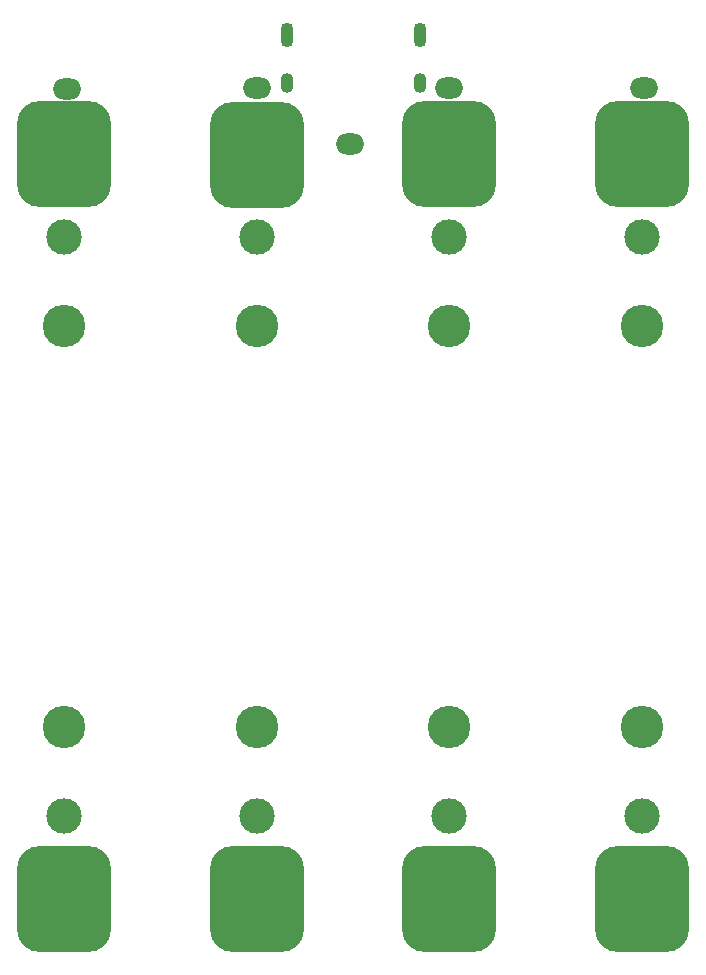
<source format=gbr>
%TF.GenerationSoftware,KiCad,Pcbnew,8.0.6-8.0.6-0~ubuntu24.04.1*%
%TF.CreationDate,2024-11-07T20:30:54+01:00*%
%TF.ProjectId,NIMH-battery-charger,4e494d48-2d62-4617-9474-6572792d6368,rev?*%
%TF.SameCoordinates,Original*%
%TF.FileFunction,Soldermask,Top*%
%TF.FilePolarity,Negative*%
%FSLAX46Y46*%
G04 Gerber Fmt 4.6, Leading zero omitted, Abs format (unit mm)*
G04 Created by KiCad (PCBNEW 8.0.6-8.0.6-0~ubuntu24.04.1) date 2024-11-07 20:30:54*
%MOMM*%
%LPD*%
G01*
G04 APERTURE LIST*
G04 Aperture macros list*
%AMRoundRect*
0 Rectangle with rounded corners*
0 $1 Rounding radius*
0 $2 $3 $4 $5 $6 $7 $8 $9 X,Y pos of 4 corners*
0 Add a 4 corners polygon primitive as box body*
4,1,4,$2,$3,$4,$5,$6,$7,$8,$9,$2,$3,0*
0 Add four circle primitives for the rounded corners*
1,1,$1+$1,$2,$3*
1,1,$1+$1,$4,$5*
1,1,$1+$1,$6,$7*
1,1,$1+$1,$8,$9*
0 Add four rect primitives between the rounded corners*
20,1,$1+$1,$2,$3,$4,$5,0*
20,1,$1+$1,$4,$5,$6,$7,0*
20,1,$1+$1,$6,$7,$8,$9,0*
20,1,$1+$1,$8,$9,$2,$3,0*%
G04 Aperture macros list end*
%ADD10C,3.600000*%
%ADD11RoundRect,2.000000X-2.000000X-2.500000X2.000000X-2.500000X2.000000X2.500000X-2.000000X2.500000X0*%
%ADD12C,3.000000*%
%ADD13O,1.100000X2.100000*%
%ADD14O,1.100000X1.700000*%
%ADD15O,2.400000X1.800000*%
G04 APERTURE END LIST*
D10*
%TO.C,BT2*%
X129400000Y-70200000D03*
X129400000Y-104200000D03*
D11*
X129400000Y-55700000D03*
D12*
X129400000Y-111700000D03*
X129400000Y-62700000D03*
D11*
X129400000Y-118700000D03*
%TD*%
D10*
%TO.C,BT4*%
X162000000Y-70195000D03*
X162000000Y-104195000D03*
D11*
X162000000Y-55695000D03*
D12*
X162000000Y-111695000D03*
X162000000Y-62695000D03*
D11*
X162000000Y-118695000D03*
%TD*%
D10*
%TO.C,BT3*%
X145700000Y-70195000D03*
X145700000Y-104195000D03*
D11*
X145700000Y-55695000D03*
D12*
X145700000Y-111695000D03*
X145700000Y-62695000D03*
D11*
X145700000Y-118695000D03*
%TD*%
D10*
%TO.C,BT1*%
X113075000Y-70195000D03*
X113075000Y-104195000D03*
D11*
X113075000Y-55695000D03*
D12*
X113075000Y-111695000D03*
X113075000Y-62695000D03*
D11*
X113075000Y-118695000D03*
%TD*%
D13*
%TO.C,J7*%
X131950000Y-45620000D03*
D14*
X131950000Y-49620000D03*
D13*
X143230000Y-45610000D03*
D14*
X143230000Y-49620000D03*
%TD*%
D15*
%TO.C,D7*%
X137250000Y-54850000D03*
%TD*%
%TO.C,D6*%
X129450000Y-50100000D03*
%TD*%
%TO.C,D5*%
X113300000Y-50150000D03*
%TD*%
%TO.C,D8*%
X145700000Y-50100000D03*
%TD*%
%TO.C,D10*%
X162150000Y-50100000D03*
%TD*%
M02*

</source>
